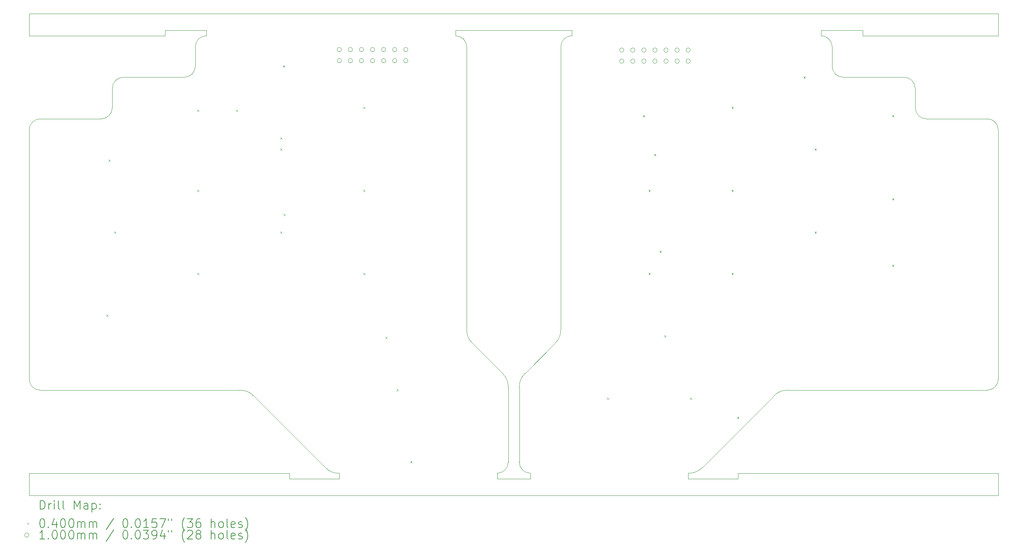
<source format=gbr>
%TF.GenerationSoftware,KiCad,Pcbnew,(6.0.7-1)-1*%
%TF.CreationDate,2022-08-07T10:56:06+08:00*%
%TF.ProjectId,Input,496e7075-742e-46b6-9963-61645f706362,2*%
%TF.SameCoordinates,PX7616b68PY48ab840*%
%TF.FileFunction,Drillmap*%
%TF.FilePolarity,Positive*%
%FSLAX45Y45*%
G04 Gerber Fmt 4.5, Leading zero omitted, Abs format (unit mm)*
G04 Created by KiCad (PCBNEW (6.0.7-1)-1) date 2022-08-07 10:56:06*
%MOMM*%
%LPD*%
G01*
G04 APERTURE LIST*
%ADD10C,0.120000*%
%ADD11C,0.200000*%
%ADD12C,0.040000*%
%ADD13C,0.100000*%
G04 APERTURE END LIST*
D10*
X14351000Y-6921500D02*
X8382000Y-6921500D01*
X2159003Y-3619500D02*
G75*
G03*
X2286000Y-3937000I417557J-17130D01*
G01*
X8382000Y-7048500D02*
X8382000Y-6921500D01*
X-762000Y-7048500D02*
X-1905000Y-7048500D01*
X-7874000Y-6921500D02*
X-7874000Y-7429500D01*
X3111497Y-4953000D02*
G75*
G03*
X2984500Y-4635500I-417557J17130D01*
G01*
X14351000Y3619500D02*
X14351000Y3111500D01*
X9525000Y-5016503D02*
G75*
G03*
X9207500Y-5143500I-17130J-417557D01*
G01*
X12446000Y1460500D02*
G75*
G03*
X12700000Y1206500I254000J0D01*
G01*
X14097000Y1206500D02*
X12700000Y1206500D01*
X-7874000Y952500D02*
X-7874000Y-4762500D01*
X4191002Y-3937002D02*
G75*
G03*
X4318000Y-3619500I-290562J300372D01*
G01*
X-3810000Y3111500D02*
X-3810000Y3238500D01*
X14097000Y-5016500D02*
G75*
G03*
X14351000Y-4762500I0J254000D01*
G01*
X1905000Y3238500D02*
X4572000Y3238500D01*
X14351000Y-4762500D02*
X14351000Y952500D01*
X-7620000Y1206500D02*
G75*
G03*
X-7874000Y952500I0J-254000D01*
G01*
X10541000Y2413000D02*
X10541000Y2857500D01*
X-1079502Y-6794502D02*
G75*
G03*
X-762000Y-6921500I300372J290562D01*
G01*
X14351000Y3619500D02*
X-7874000Y3619500D01*
X-762000Y-6921500D02*
X-762000Y-7048500D01*
X-2730498Y-5143498D02*
G75*
G03*
X-3048000Y-5016500I-300372J-290562D01*
G01*
X9207500Y-5143500D02*
X7556500Y-6794500D01*
X-4762500Y3238500D02*
X-4762500Y3111500D01*
X-7874000Y3111500D02*
X-7874000Y3619500D01*
X2857500Y-7048500D02*
X3619500Y-7048500D01*
X-6223000Y1206500D02*
G75*
G03*
X-5969000Y1460500I0J254000D01*
G01*
X-4318000Y2159000D02*
X-5715000Y2159000D01*
X10541000Y2857500D02*
G75*
G03*
X10287000Y3111500I-254000J0D01*
G01*
X9525000Y-5016500D02*
X14097000Y-5016500D01*
X11239500Y3238500D02*
X10287000Y3238500D01*
X-1079500Y-6794500D02*
X-2730500Y-5143500D01*
X-7874000Y-4762500D02*
G75*
G03*
X-7620000Y-5016500I254000J0D01*
G01*
X-4318000Y2159000D02*
G75*
G03*
X-4064000Y2413000I0J254000D01*
G01*
X-5715000Y2159000D02*
G75*
G03*
X-5969000Y1905000I0J-254000D01*
G01*
X4572000Y3238500D02*
X4572000Y3111500D01*
X3365500Y-6667500D02*
G75*
G03*
X3619500Y-6921500I254000J0D01*
G01*
X-6223000Y1206500D02*
X-7620000Y1206500D01*
X-7620000Y-5016500D02*
X-3048000Y-5016500D01*
X14351000Y952500D02*
G75*
G03*
X14097000Y1206500I-254000J0D01*
G01*
X-1905000Y-6921500D02*
X-1905000Y-7048500D01*
X12446000Y1905000D02*
G75*
G03*
X12192000Y2159000I-254000J0D01*
G01*
X10287000Y3238500D02*
X10287000Y3111500D01*
X-3810000Y3111500D02*
G75*
G03*
X-4064000Y2857500I0J-254000D01*
G01*
X3492498Y-4635498D02*
G75*
G03*
X3365500Y-4953000I290562J-300372D01*
G01*
X14351000Y3111500D02*
X11239500Y3111500D01*
X3365500Y-6667500D02*
X3365500Y-4953000D01*
X-3810000Y3238500D02*
X-4762500Y3238500D01*
X2984500Y-4635500D02*
X2286000Y-3937000D01*
X2857500Y-6921500D02*
X2857500Y-7048500D01*
X7239000Y-6921497D02*
G75*
G03*
X7556500Y-6794500I17130J417557D01*
G01*
X-4064000Y2857500D02*
X-4064000Y2413000D01*
X4318000Y2857500D02*
X4318000Y-3619500D01*
X-1905000Y-6921500D02*
X-7874000Y-6921500D01*
X3619500Y-7048500D02*
X3619500Y-6921500D01*
X7239000Y-7048500D02*
X7239000Y-6921500D01*
X4191000Y-3937000D02*
X3492500Y-4635500D01*
X10541000Y2413000D02*
G75*
G03*
X10795000Y2159000I254000J0D01*
G01*
X2857500Y-6921500D02*
G75*
G03*
X3111500Y-6667500I0J254000D01*
G01*
X3111500Y-4953000D02*
X3111500Y-6667500D01*
X14351000Y-7429500D02*
X-7874000Y-7429500D01*
X14351000Y-7429500D02*
X14351000Y-6921500D01*
X11239500Y3111500D02*
X11239500Y3238500D01*
X-4762500Y3111500D02*
X-7874000Y3111500D01*
X4572000Y3111500D02*
G75*
G03*
X4318000Y2857500I0J-254000D01*
G01*
X1905000Y3111500D02*
X1905000Y3238500D01*
X12192000Y2159000D02*
X10795000Y2159000D01*
X-5969000Y1905000D02*
X-5969000Y1460500D01*
X12446000Y1460500D02*
X12446000Y1905000D01*
X2159000Y-3619500D02*
X2159000Y2857500D01*
X2159000Y2857500D02*
G75*
G03*
X1905000Y3111500I-254000J0D01*
G01*
X8382000Y-7048500D02*
X7239000Y-7048500D01*
D11*
D12*
X-6103300Y-3282000D02*
X-6063300Y-3322000D01*
X-6063300Y-3282000D02*
X-6103300Y-3322000D01*
X-6052500Y274000D02*
X-6012500Y234000D01*
X-6012500Y274000D02*
X-6052500Y234000D01*
X-5925500Y-1377000D02*
X-5885500Y-1417000D01*
X-5885500Y-1377000D02*
X-5925500Y-1417000D01*
X-4020500Y1417000D02*
X-3980500Y1377000D01*
X-3980500Y1417000D02*
X-4020500Y1377000D01*
X-4020500Y-424500D02*
X-3980500Y-464500D01*
X-3980500Y-424500D02*
X-4020500Y-464500D01*
X-4020500Y-2329500D02*
X-3980500Y-2369500D01*
X-3980500Y-2329500D02*
X-4020500Y-2369500D01*
X-3131500Y1417000D02*
X-3091500Y1377000D01*
X-3091500Y1417000D02*
X-3131500Y1377000D01*
X-2115500Y782000D02*
X-2075500Y742000D01*
X-2075500Y782000D02*
X-2115500Y742000D01*
X-2115500Y528000D02*
X-2075500Y488000D01*
X-2075500Y528000D02*
X-2115500Y488000D01*
X-2115500Y-1377000D02*
X-2075500Y-1417000D01*
X-2075500Y-1377000D02*
X-2115500Y-1417000D01*
X-2052000Y2433000D02*
X-2012000Y2393000D01*
X-2012000Y2433000D02*
X-2052000Y2393000D01*
X-2037650Y-973392D02*
X-1997650Y-1013392D01*
X-1997650Y-973392D02*
X-2037650Y-1013392D01*
X-210500Y1480500D02*
X-170500Y1440500D01*
X-170500Y1480500D02*
X-210500Y1440500D01*
X-210500Y-424500D02*
X-170500Y-464500D01*
X-170500Y-424500D02*
X-210500Y-464500D01*
X-210500Y-2329500D02*
X-170500Y-2369500D01*
X-170500Y-2329500D02*
X-210500Y-2369500D01*
X297500Y-3790000D02*
X337500Y-3830000D01*
X337500Y-3790000D02*
X297500Y-3830000D01*
X551500Y-4996500D02*
X591500Y-5036500D01*
X591500Y-4996500D02*
X551500Y-5036500D01*
X869000Y-6647500D02*
X909000Y-6687500D01*
X909000Y-6647500D02*
X869000Y-6687500D01*
X5377500Y-5187000D02*
X5417500Y-5227000D01*
X5417500Y-5187000D02*
X5377500Y-5227000D01*
X6203000Y1290000D02*
X6243000Y1250000D01*
X6243000Y1290000D02*
X6203000Y1250000D01*
X6330000Y-424500D02*
X6370000Y-464500D01*
X6370000Y-424500D02*
X6330000Y-464500D01*
X6330000Y-2329500D02*
X6370000Y-2369500D01*
X6370000Y-2329500D02*
X6330000Y-2369500D01*
X6457000Y401000D02*
X6497000Y361000D01*
X6497000Y401000D02*
X6457000Y361000D01*
X6582800Y-1817984D02*
X6622800Y-1857984D01*
X6622800Y-1817984D02*
X6582800Y-1857984D01*
X6691150Y-3757631D02*
X6731150Y-3797631D01*
X6731150Y-3757631D02*
X6691150Y-3797631D01*
X7282500Y-5187000D02*
X7322500Y-5227000D01*
X7322500Y-5187000D02*
X7282500Y-5227000D01*
X8235000Y1480500D02*
X8275000Y1440500D01*
X8275000Y1480500D02*
X8235000Y1440500D01*
X8235000Y-424500D02*
X8275000Y-464500D01*
X8275000Y-424500D02*
X8235000Y-464500D01*
X8235000Y-2329500D02*
X8275000Y-2369500D01*
X8275000Y-2329500D02*
X8235000Y-2369500D01*
X8362000Y-5631500D02*
X8402000Y-5671500D01*
X8402000Y-5631500D02*
X8362000Y-5671500D01*
X9886000Y2179000D02*
X9926000Y2139000D01*
X9926000Y2179000D02*
X9886000Y2139000D01*
X10140000Y528000D02*
X10180000Y488000D01*
X10180000Y528000D02*
X10140000Y488000D01*
X10140000Y-1377000D02*
X10180000Y-1417000D01*
X10180000Y-1377000D02*
X10140000Y-1417000D01*
X11918000Y-2139000D02*
X11958000Y-2179000D01*
X11958000Y-2139000D02*
X11918000Y-2179000D01*
X11918000Y1290000D02*
X11958000Y1250000D01*
X11958000Y1290000D02*
X11918000Y1250000D01*
X11918000Y-615000D02*
X11958000Y-655000D01*
X11958000Y-615000D02*
X11918000Y-655000D01*
D13*
X-712000Y2794000D02*
G75*
G03*
X-712000Y2794000I-50000J0D01*
G01*
X-712000Y2540000D02*
G75*
G03*
X-712000Y2540000I-50000J0D01*
G01*
X-458000Y2794000D02*
G75*
G03*
X-458000Y2794000I-50000J0D01*
G01*
X-458000Y2540000D02*
G75*
G03*
X-458000Y2540000I-50000J0D01*
G01*
X-204000Y2794000D02*
G75*
G03*
X-204000Y2794000I-50000J0D01*
G01*
X-204000Y2540000D02*
G75*
G03*
X-204000Y2540000I-50000J0D01*
G01*
X50000Y2794000D02*
G75*
G03*
X50000Y2794000I-50000J0D01*
G01*
X50000Y2540000D02*
G75*
G03*
X50000Y2540000I-50000J0D01*
G01*
X304000Y2794000D02*
G75*
G03*
X304000Y2794000I-50000J0D01*
G01*
X304000Y2540000D02*
G75*
G03*
X304000Y2540000I-50000J0D01*
G01*
X558000Y2794000D02*
G75*
G03*
X558000Y2794000I-50000J0D01*
G01*
X558000Y2540000D02*
G75*
G03*
X558000Y2540000I-50000J0D01*
G01*
X812000Y2794000D02*
G75*
G03*
X812000Y2794000I-50000J0D01*
G01*
X812000Y2540000D02*
G75*
G03*
X812000Y2540000I-50000J0D01*
G01*
X5765000Y2782250D02*
G75*
G03*
X5765000Y2782250I-50000J0D01*
G01*
X5765000Y2528250D02*
G75*
G03*
X5765000Y2528250I-50000J0D01*
G01*
X6019000Y2782250D02*
G75*
G03*
X6019000Y2782250I-50000J0D01*
G01*
X6019000Y2528250D02*
G75*
G03*
X6019000Y2528250I-50000J0D01*
G01*
X6273000Y2782250D02*
G75*
G03*
X6273000Y2782250I-50000J0D01*
G01*
X6273000Y2528250D02*
G75*
G03*
X6273000Y2528250I-50000J0D01*
G01*
X6527000Y2782250D02*
G75*
G03*
X6527000Y2782250I-50000J0D01*
G01*
X6527000Y2528250D02*
G75*
G03*
X6527000Y2528250I-50000J0D01*
G01*
X6781000Y2782250D02*
G75*
G03*
X6781000Y2782250I-50000J0D01*
G01*
X6781000Y2528250D02*
G75*
G03*
X6781000Y2528250I-50000J0D01*
G01*
X7035000Y2782250D02*
G75*
G03*
X7035000Y2782250I-50000J0D01*
G01*
X7035000Y2528250D02*
G75*
G03*
X7035000Y2528250I-50000J0D01*
G01*
X7289000Y2782250D02*
G75*
G03*
X7289000Y2782250I-50000J0D01*
G01*
X7289000Y2528250D02*
G75*
G03*
X7289000Y2528250I-50000J0D01*
G01*
D11*
X-7622381Y-7745976D02*
X-7622381Y-7545976D01*
X-7574762Y-7545976D01*
X-7546190Y-7555500D01*
X-7527143Y-7574548D01*
X-7517619Y-7593595D01*
X-7508095Y-7631690D01*
X-7508095Y-7660262D01*
X-7517619Y-7698357D01*
X-7527143Y-7717405D01*
X-7546190Y-7736452D01*
X-7574762Y-7745976D01*
X-7622381Y-7745976D01*
X-7422381Y-7745976D02*
X-7422381Y-7612643D01*
X-7422381Y-7650738D02*
X-7412857Y-7631690D01*
X-7403333Y-7622167D01*
X-7384286Y-7612643D01*
X-7365238Y-7612643D01*
X-7298571Y-7745976D02*
X-7298571Y-7612643D01*
X-7298571Y-7545976D02*
X-7308095Y-7555500D01*
X-7298571Y-7565024D01*
X-7289048Y-7555500D01*
X-7298571Y-7545976D01*
X-7298571Y-7565024D01*
X-7174762Y-7745976D02*
X-7193810Y-7736452D01*
X-7203333Y-7717405D01*
X-7203333Y-7545976D01*
X-7070000Y-7745976D02*
X-7089048Y-7736452D01*
X-7098571Y-7717405D01*
X-7098571Y-7545976D01*
X-6841429Y-7745976D02*
X-6841429Y-7545976D01*
X-6774762Y-7688833D01*
X-6708095Y-7545976D01*
X-6708095Y-7745976D01*
X-6527143Y-7745976D02*
X-6527143Y-7641214D01*
X-6536667Y-7622167D01*
X-6555714Y-7612643D01*
X-6593810Y-7612643D01*
X-6612857Y-7622167D01*
X-6527143Y-7736452D02*
X-6546190Y-7745976D01*
X-6593810Y-7745976D01*
X-6612857Y-7736452D01*
X-6622381Y-7717405D01*
X-6622381Y-7698357D01*
X-6612857Y-7679309D01*
X-6593810Y-7669786D01*
X-6546190Y-7669786D01*
X-6527143Y-7660262D01*
X-6431905Y-7612643D02*
X-6431905Y-7812643D01*
X-6431905Y-7622167D02*
X-6412857Y-7612643D01*
X-6374762Y-7612643D01*
X-6355714Y-7622167D01*
X-6346190Y-7631690D01*
X-6336667Y-7650738D01*
X-6336667Y-7707881D01*
X-6346190Y-7726928D01*
X-6355714Y-7736452D01*
X-6374762Y-7745976D01*
X-6412857Y-7745976D01*
X-6431905Y-7736452D01*
X-6250952Y-7726928D02*
X-6241429Y-7736452D01*
X-6250952Y-7745976D01*
X-6260476Y-7736452D01*
X-6250952Y-7726928D01*
X-6250952Y-7745976D01*
X-6250952Y-7622167D02*
X-6241429Y-7631690D01*
X-6250952Y-7641214D01*
X-6260476Y-7631690D01*
X-6250952Y-7622167D01*
X-6250952Y-7641214D01*
D12*
X-7920000Y-8055500D02*
X-7880000Y-8095500D01*
X-7880000Y-8055500D02*
X-7920000Y-8095500D01*
D11*
X-7584286Y-7965976D02*
X-7565238Y-7965976D01*
X-7546190Y-7975500D01*
X-7536667Y-7985024D01*
X-7527143Y-8004071D01*
X-7517619Y-8042167D01*
X-7517619Y-8089786D01*
X-7527143Y-8127881D01*
X-7536667Y-8146928D01*
X-7546190Y-8156452D01*
X-7565238Y-8165976D01*
X-7584286Y-8165976D01*
X-7603333Y-8156452D01*
X-7612857Y-8146928D01*
X-7622381Y-8127881D01*
X-7631905Y-8089786D01*
X-7631905Y-8042167D01*
X-7622381Y-8004071D01*
X-7612857Y-7985024D01*
X-7603333Y-7975500D01*
X-7584286Y-7965976D01*
X-7431905Y-8146928D02*
X-7422381Y-8156452D01*
X-7431905Y-8165976D01*
X-7441429Y-8156452D01*
X-7431905Y-8146928D01*
X-7431905Y-8165976D01*
X-7250952Y-8032643D02*
X-7250952Y-8165976D01*
X-7298571Y-7956452D02*
X-7346190Y-8099309D01*
X-7222381Y-8099309D01*
X-7108095Y-7965976D02*
X-7089048Y-7965976D01*
X-7070000Y-7975500D01*
X-7060476Y-7985024D01*
X-7050952Y-8004071D01*
X-7041429Y-8042167D01*
X-7041429Y-8089786D01*
X-7050952Y-8127881D01*
X-7060476Y-8146928D01*
X-7070000Y-8156452D01*
X-7089048Y-8165976D01*
X-7108095Y-8165976D01*
X-7127143Y-8156452D01*
X-7136667Y-8146928D01*
X-7146190Y-8127881D01*
X-7155714Y-8089786D01*
X-7155714Y-8042167D01*
X-7146190Y-8004071D01*
X-7136667Y-7985024D01*
X-7127143Y-7975500D01*
X-7108095Y-7965976D01*
X-6917619Y-7965976D02*
X-6898571Y-7965976D01*
X-6879524Y-7975500D01*
X-6870000Y-7985024D01*
X-6860476Y-8004071D01*
X-6850952Y-8042167D01*
X-6850952Y-8089786D01*
X-6860476Y-8127881D01*
X-6870000Y-8146928D01*
X-6879524Y-8156452D01*
X-6898571Y-8165976D01*
X-6917619Y-8165976D01*
X-6936667Y-8156452D01*
X-6946190Y-8146928D01*
X-6955714Y-8127881D01*
X-6965238Y-8089786D01*
X-6965238Y-8042167D01*
X-6955714Y-8004071D01*
X-6946190Y-7985024D01*
X-6936667Y-7975500D01*
X-6917619Y-7965976D01*
X-6765238Y-8165976D02*
X-6765238Y-8032643D01*
X-6765238Y-8051690D02*
X-6755714Y-8042167D01*
X-6736667Y-8032643D01*
X-6708095Y-8032643D01*
X-6689048Y-8042167D01*
X-6679524Y-8061214D01*
X-6679524Y-8165976D01*
X-6679524Y-8061214D02*
X-6670000Y-8042167D01*
X-6650952Y-8032643D01*
X-6622381Y-8032643D01*
X-6603333Y-8042167D01*
X-6593810Y-8061214D01*
X-6593810Y-8165976D01*
X-6498571Y-8165976D02*
X-6498571Y-8032643D01*
X-6498571Y-8051690D02*
X-6489048Y-8042167D01*
X-6470000Y-8032643D01*
X-6441429Y-8032643D01*
X-6422381Y-8042167D01*
X-6412857Y-8061214D01*
X-6412857Y-8165976D01*
X-6412857Y-8061214D02*
X-6403333Y-8042167D01*
X-6384286Y-8032643D01*
X-6355714Y-8032643D01*
X-6336667Y-8042167D01*
X-6327143Y-8061214D01*
X-6327143Y-8165976D01*
X-5936667Y-7956452D02*
X-6108095Y-8213595D01*
X-5679524Y-7965976D02*
X-5660476Y-7965976D01*
X-5641429Y-7975500D01*
X-5631905Y-7985024D01*
X-5622381Y-8004071D01*
X-5612857Y-8042167D01*
X-5612857Y-8089786D01*
X-5622381Y-8127881D01*
X-5631905Y-8146928D01*
X-5641429Y-8156452D01*
X-5660476Y-8165976D01*
X-5679524Y-8165976D01*
X-5698571Y-8156452D01*
X-5708095Y-8146928D01*
X-5717619Y-8127881D01*
X-5727143Y-8089786D01*
X-5727143Y-8042167D01*
X-5717619Y-8004071D01*
X-5708095Y-7985024D01*
X-5698571Y-7975500D01*
X-5679524Y-7965976D01*
X-5527143Y-8146928D02*
X-5517619Y-8156452D01*
X-5527143Y-8165976D01*
X-5536667Y-8156452D01*
X-5527143Y-8146928D01*
X-5527143Y-8165976D01*
X-5393810Y-7965976D02*
X-5374762Y-7965976D01*
X-5355714Y-7975500D01*
X-5346191Y-7985024D01*
X-5336667Y-8004071D01*
X-5327143Y-8042167D01*
X-5327143Y-8089786D01*
X-5336667Y-8127881D01*
X-5346191Y-8146928D01*
X-5355714Y-8156452D01*
X-5374762Y-8165976D01*
X-5393810Y-8165976D01*
X-5412857Y-8156452D01*
X-5422381Y-8146928D01*
X-5431905Y-8127881D01*
X-5441429Y-8089786D01*
X-5441429Y-8042167D01*
X-5431905Y-8004071D01*
X-5422381Y-7985024D01*
X-5412857Y-7975500D01*
X-5393810Y-7965976D01*
X-5136667Y-8165976D02*
X-5250952Y-8165976D01*
X-5193810Y-8165976D02*
X-5193810Y-7965976D01*
X-5212857Y-7994548D01*
X-5231905Y-8013595D01*
X-5250952Y-8023119D01*
X-4955714Y-7965976D02*
X-5050952Y-7965976D01*
X-5060476Y-8061214D01*
X-5050952Y-8051690D01*
X-5031905Y-8042167D01*
X-4984286Y-8042167D01*
X-4965238Y-8051690D01*
X-4955714Y-8061214D01*
X-4946191Y-8080262D01*
X-4946191Y-8127881D01*
X-4955714Y-8146928D01*
X-4965238Y-8156452D01*
X-4984286Y-8165976D01*
X-5031905Y-8165976D01*
X-5050952Y-8156452D01*
X-5060476Y-8146928D01*
X-4879524Y-7965976D02*
X-4746191Y-7965976D01*
X-4831905Y-8165976D01*
X-4679524Y-7965976D02*
X-4679524Y-8004071D01*
X-4603333Y-7965976D02*
X-4603333Y-8004071D01*
X-4308095Y-8242167D02*
X-4317619Y-8232643D01*
X-4336667Y-8204071D01*
X-4346191Y-8185024D01*
X-4355714Y-8156452D01*
X-4365238Y-8108833D01*
X-4365238Y-8070738D01*
X-4355714Y-8023119D01*
X-4346191Y-7994548D01*
X-4336667Y-7975500D01*
X-4317619Y-7946928D01*
X-4308095Y-7937405D01*
X-4250952Y-7965976D02*
X-4127143Y-7965976D01*
X-4193810Y-8042167D01*
X-4165238Y-8042167D01*
X-4146190Y-8051690D01*
X-4136667Y-8061214D01*
X-4127143Y-8080262D01*
X-4127143Y-8127881D01*
X-4136667Y-8146928D01*
X-4146190Y-8156452D01*
X-4165238Y-8165976D01*
X-4222381Y-8165976D01*
X-4241429Y-8156452D01*
X-4250952Y-8146928D01*
X-3955714Y-7965976D02*
X-3993810Y-7965976D01*
X-4012857Y-7975500D01*
X-4022381Y-7985024D01*
X-4041429Y-8013595D01*
X-4050952Y-8051690D01*
X-4050952Y-8127881D01*
X-4041429Y-8146928D01*
X-4031905Y-8156452D01*
X-4012857Y-8165976D01*
X-3974762Y-8165976D01*
X-3955714Y-8156452D01*
X-3946190Y-8146928D01*
X-3936667Y-8127881D01*
X-3936667Y-8080262D01*
X-3946190Y-8061214D01*
X-3955714Y-8051690D01*
X-3974762Y-8042167D01*
X-4012857Y-8042167D01*
X-4031905Y-8051690D01*
X-4041429Y-8061214D01*
X-4050952Y-8080262D01*
X-3698571Y-8165976D02*
X-3698571Y-7965976D01*
X-3612857Y-8165976D02*
X-3612857Y-8061214D01*
X-3622381Y-8042167D01*
X-3641429Y-8032643D01*
X-3670000Y-8032643D01*
X-3689048Y-8042167D01*
X-3698571Y-8051690D01*
X-3489048Y-8165976D02*
X-3508095Y-8156452D01*
X-3517619Y-8146928D01*
X-3527143Y-8127881D01*
X-3527143Y-8070738D01*
X-3517619Y-8051690D01*
X-3508095Y-8042167D01*
X-3489048Y-8032643D01*
X-3460476Y-8032643D01*
X-3441429Y-8042167D01*
X-3431905Y-8051690D01*
X-3422381Y-8070738D01*
X-3422381Y-8127881D01*
X-3431905Y-8146928D01*
X-3441429Y-8156452D01*
X-3460476Y-8165976D01*
X-3489048Y-8165976D01*
X-3308095Y-8165976D02*
X-3327143Y-8156452D01*
X-3336667Y-8137405D01*
X-3336667Y-7965976D01*
X-3155714Y-8156452D02*
X-3174762Y-8165976D01*
X-3212857Y-8165976D01*
X-3231905Y-8156452D01*
X-3241429Y-8137405D01*
X-3241429Y-8061214D01*
X-3231905Y-8042167D01*
X-3212857Y-8032643D01*
X-3174762Y-8032643D01*
X-3155714Y-8042167D01*
X-3146190Y-8061214D01*
X-3146190Y-8080262D01*
X-3241429Y-8099309D01*
X-3070000Y-8156452D02*
X-3050952Y-8165976D01*
X-3012857Y-8165976D01*
X-2993810Y-8156452D01*
X-2984286Y-8137405D01*
X-2984286Y-8127881D01*
X-2993810Y-8108833D01*
X-3012857Y-8099309D01*
X-3041429Y-8099309D01*
X-3060476Y-8089786D01*
X-3070000Y-8070738D01*
X-3070000Y-8061214D01*
X-3060476Y-8042167D01*
X-3041429Y-8032643D01*
X-3012857Y-8032643D01*
X-2993810Y-8042167D01*
X-2917619Y-8242167D02*
X-2908095Y-8232643D01*
X-2889048Y-8204071D01*
X-2879524Y-8185024D01*
X-2870000Y-8156452D01*
X-2860476Y-8108833D01*
X-2860476Y-8070738D01*
X-2870000Y-8023119D01*
X-2879524Y-7994548D01*
X-2889048Y-7975500D01*
X-2908095Y-7946928D01*
X-2917619Y-7937405D01*
D13*
X-7880000Y-8339500D02*
G75*
G03*
X-7880000Y-8339500I-50000J0D01*
G01*
D11*
X-7517619Y-8429976D02*
X-7631905Y-8429976D01*
X-7574762Y-8429976D02*
X-7574762Y-8229976D01*
X-7593810Y-8258548D01*
X-7612857Y-8277595D01*
X-7631905Y-8287119D01*
X-7431905Y-8410929D02*
X-7422381Y-8420452D01*
X-7431905Y-8429976D01*
X-7441429Y-8420452D01*
X-7431905Y-8410929D01*
X-7431905Y-8429976D01*
X-7298571Y-8229976D02*
X-7279524Y-8229976D01*
X-7260476Y-8239500D01*
X-7250952Y-8249024D01*
X-7241429Y-8268071D01*
X-7231905Y-8306167D01*
X-7231905Y-8353786D01*
X-7241429Y-8391881D01*
X-7250952Y-8410929D01*
X-7260476Y-8420452D01*
X-7279524Y-8429976D01*
X-7298571Y-8429976D01*
X-7317619Y-8420452D01*
X-7327143Y-8410929D01*
X-7336667Y-8391881D01*
X-7346190Y-8353786D01*
X-7346190Y-8306167D01*
X-7336667Y-8268071D01*
X-7327143Y-8249024D01*
X-7317619Y-8239500D01*
X-7298571Y-8229976D01*
X-7108095Y-8229976D02*
X-7089048Y-8229976D01*
X-7070000Y-8239500D01*
X-7060476Y-8249024D01*
X-7050952Y-8268071D01*
X-7041429Y-8306167D01*
X-7041429Y-8353786D01*
X-7050952Y-8391881D01*
X-7060476Y-8410929D01*
X-7070000Y-8420452D01*
X-7089048Y-8429976D01*
X-7108095Y-8429976D01*
X-7127143Y-8420452D01*
X-7136667Y-8410929D01*
X-7146190Y-8391881D01*
X-7155714Y-8353786D01*
X-7155714Y-8306167D01*
X-7146190Y-8268071D01*
X-7136667Y-8249024D01*
X-7127143Y-8239500D01*
X-7108095Y-8229976D01*
X-6917619Y-8229976D02*
X-6898571Y-8229976D01*
X-6879524Y-8239500D01*
X-6870000Y-8249024D01*
X-6860476Y-8268071D01*
X-6850952Y-8306167D01*
X-6850952Y-8353786D01*
X-6860476Y-8391881D01*
X-6870000Y-8410929D01*
X-6879524Y-8420452D01*
X-6898571Y-8429976D01*
X-6917619Y-8429976D01*
X-6936667Y-8420452D01*
X-6946190Y-8410929D01*
X-6955714Y-8391881D01*
X-6965238Y-8353786D01*
X-6965238Y-8306167D01*
X-6955714Y-8268071D01*
X-6946190Y-8249024D01*
X-6936667Y-8239500D01*
X-6917619Y-8229976D01*
X-6765238Y-8429976D02*
X-6765238Y-8296643D01*
X-6765238Y-8315690D02*
X-6755714Y-8306167D01*
X-6736667Y-8296643D01*
X-6708095Y-8296643D01*
X-6689048Y-8306167D01*
X-6679524Y-8325214D01*
X-6679524Y-8429976D01*
X-6679524Y-8325214D02*
X-6670000Y-8306167D01*
X-6650952Y-8296643D01*
X-6622381Y-8296643D01*
X-6603333Y-8306167D01*
X-6593810Y-8325214D01*
X-6593810Y-8429976D01*
X-6498571Y-8429976D02*
X-6498571Y-8296643D01*
X-6498571Y-8315690D02*
X-6489048Y-8306167D01*
X-6470000Y-8296643D01*
X-6441429Y-8296643D01*
X-6422381Y-8306167D01*
X-6412857Y-8325214D01*
X-6412857Y-8429976D01*
X-6412857Y-8325214D02*
X-6403333Y-8306167D01*
X-6384286Y-8296643D01*
X-6355714Y-8296643D01*
X-6336667Y-8306167D01*
X-6327143Y-8325214D01*
X-6327143Y-8429976D01*
X-5936667Y-8220452D02*
X-6108095Y-8477595D01*
X-5679524Y-8229976D02*
X-5660476Y-8229976D01*
X-5641429Y-8239500D01*
X-5631905Y-8249024D01*
X-5622381Y-8268071D01*
X-5612857Y-8306167D01*
X-5612857Y-8353786D01*
X-5622381Y-8391881D01*
X-5631905Y-8410929D01*
X-5641429Y-8420452D01*
X-5660476Y-8429976D01*
X-5679524Y-8429976D01*
X-5698571Y-8420452D01*
X-5708095Y-8410929D01*
X-5717619Y-8391881D01*
X-5727143Y-8353786D01*
X-5727143Y-8306167D01*
X-5717619Y-8268071D01*
X-5708095Y-8249024D01*
X-5698571Y-8239500D01*
X-5679524Y-8229976D01*
X-5527143Y-8410929D02*
X-5517619Y-8420452D01*
X-5527143Y-8429976D01*
X-5536667Y-8420452D01*
X-5527143Y-8410929D01*
X-5527143Y-8429976D01*
X-5393810Y-8229976D02*
X-5374762Y-8229976D01*
X-5355714Y-8239500D01*
X-5346191Y-8249024D01*
X-5336667Y-8268071D01*
X-5327143Y-8306167D01*
X-5327143Y-8353786D01*
X-5336667Y-8391881D01*
X-5346191Y-8410929D01*
X-5355714Y-8420452D01*
X-5374762Y-8429976D01*
X-5393810Y-8429976D01*
X-5412857Y-8420452D01*
X-5422381Y-8410929D01*
X-5431905Y-8391881D01*
X-5441429Y-8353786D01*
X-5441429Y-8306167D01*
X-5431905Y-8268071D01*
X-5422381Y-8249024D01*
X-5412857Y-8239500D01*
X-5393810Y-8229976D01*
X-5260476Y-8229976D02*
X-5136667Y-8229976D01*
X-5203333Y-8306167D01*
X-5174762Y-8306167D01*
X-5155714Y-8315690D01*
X-5146191Y-8325214D01*
X-5136667Y-8344262D01*
X-5136667Y-8391881D01*
X-5146191Y-8410929D01*
X-5155714Y-8420452D01*
X-5174762Y-8429976D01*
X-5231905Y-8429976D01*
X-5250952Y-8420452D01*
X-5260476Y-8410929D01*
X-5041429Y-8429976D02*
X-5003333Y-8429976D01*
X-4984286Y-8420452D01*
X-4974762Y-8410929D01*
X-4955714Y-8382357D01*
X-4946191Y-8344262D01*
X-4946191Y-8268071D01*
X-4955714Y-8249024D01*
X-4965238Y-8239500D01*
X-4984286Y-8229976D01*
X-5022381Y-8229976D01*
X-5041429Y-8239500D01*
X-5050952Y-8249024D01*
X-5060476Y-8268071D01*
X-5060476Y-8315690D01*
X-5050952Y-8334738D01*
X-5041429Y-8344262D01*
X-5022381Y-8353786D01*
X-4984286Y-8353786D01*
X-4965238Y-8344262D01*
X-4955714Y-8334738D01*
X-4946191Y-8315690D01*
X-4774762Y-8296643D02*
X-4774762Y-8429976D01*
X-4822381Y-8220452D02*
X-4870000Y-8363309D01*
X-4746191Y-8363309D01*
X-4679524Y-8229976D02*
X-4679524Y-8268071D01*
X-4603333Y-8229976D02*
X-4603333Y-8268071D01*
X-4308095Y-8506167D02*
X-4317619Y-8496643D01*
X-4336667Y-8468071D01*
X-4346191Y-8449024D01*
X-4355714Y-8420452D01*
X-4365238Y-8372833D01*
X-4365238Y-8334738D01*
X-4355714Y-8287119D01*
X-4346191Y-8258548D01*
X-4336667Y-8239500D01*
X-4317619Y-8210928D01*
X-4308095Y-8201405D01*
X-4241429Y-8249024D02*
X-4231905Y-8239500D01*
X-4212857Y-8229976D01*
X-4165238Y-8229976D01*
X-4146190Y-8239500D01*
X-4136667Y-8249024D01*
X-4127143Y-8268071D01*
X-4127143Y-8287119D01*
X-4136667Y-8315690D01*
X-4250952Y-8429976D01*
X-4127143Y-8429976D01*
X-4012857Y-8315690D02*
X-4031905Y-8306167D01*
X-4041429Y-8296643D01*
X-4050952Y-8277595D01*
X-4050952Y-8268071D01*
X-4041429Y-8249024D01*
X-4031905Y-8239500D01*
X-4012857Y-8229976D01*
X-3974762Y-8229976D01*
X-3955714Y-8239500D01*
X-3946190Y-8249024D01*
X-3936667Y-8268071D01*
X-3936667Y-8277595D01*
X-3946190Y-8296643D01*
X-3955714Y-8306167D01*
X-3974762Y-8315690D01*
X-4012857Y-8315690D01*
X-4031905Y-8325214D01*
X-4041429Y-8334738D01*
X-4050952Y-8353786D01*
X-4050952Y-8391881D01*
X-4041429Y-8410929D01*
X-4031905Y-8420452D01*
X-4012857Y-8429976D01*
X-3974762Y-8429976D01*
X-3955714Y-8420452D01*
X-3946190Y-8410929D01*
X-3936667Y-8391881D01*
X-3936667Y-8353786D01*
X-3946190Y-8334738D01*
X-3955714Y-8325214D01*
X-3974762Y-8315690D01*
X-3698571Y-8429976D02*
X-3698571Y-8229976D01*
X-3612857Y-8429976D02*
X-3612857Y-8325214D01*
X-3622381Y-8306167D01*
X-3641429Y-8296643D01*
X-3670000Y-8296643D01*
X-3689048Y-8306167D01*
X-3698571Y-8315690D01*
X-3489048Y-8429976D02*
X-3508095Y-8420452D01*
X-3517619Y-8410929D01*
X-3527143Y-8391881D01*
X-3527143Y-8334738D01*
X-3517619Y-8315690D01*
X-3508095Y-8306167D01*
X-3489048Y-8296643D01*
X-3460476Y-8296643D01*
X-3441429Y-8306167D01*
X-3431905Y-8315690D01*
X-3422381Y-8334738D01*
X-3422381Y-8391881D01*
X-3431905Y-8410929D01*
X-3441429Y-8420452D01*
X-3460476Y-8429976D01*
X-3489048Y-8429976D01*
X-3308095Y-8429976D02*
X-3327143Y-8420452D01*
X-3336667Y-8401405D01*
X-3336667Y-8229976D01*
X-3155714Y-8420452D02*
X-3174762Y-8429976D01*
X-3212857Y-8429976D01*
X-3231905Y-8420452D01*
X-3241429Y-8401405D01*
X-3241429Y-8325214D01*
X-3231905Y-8306167D01*
X-3212857Y-8296643D01*
X-3174762Y-8296643D01*
X-3155714Y-8306167D01*
X-3146190Y-8325214D01*
X-3146190Y-8344262D01*
X-3241429Y-8363309D01*
X-3070000Y-8420452D02*
X-3050952Y-8429976D01*
X-3012857Y-8429976D01*
X-2993810Y-8420452D01*
X-2984286Y-8401405D01*
X-2984286Y-8391881D01*
X-2993810Y-8372833D01*
X-3012857Y-8363309D01*
X-3041429Y-8363309D01*
X-3060476Y-8353786D01*
X-3070000Y-8334738D01*
X-3070000Y-8325214D01*
X-3060476Y-8306167D01*
X-3041429Y-8296643D01*
X-3012857Y-8296643D01*
X-2993810Y-8306167D01*
X-2917619Y-8506167D02*
X-2908095Y-8496643D01*
X-2889048Y-8468071D01*
X-2879524Y-8449024D01*
X-2870000Y-8420452D01*
X-2860476Y-8372833D01*
X-2860476Y-8334738D01*
X-2870000Y-8287119D01*
X-2879524Y-8258548D01*
X-2889048Y-8239500D01*
X-2908095Y-8210928D01*
X-2917619Y-8201405D01*
M02*

</source>
